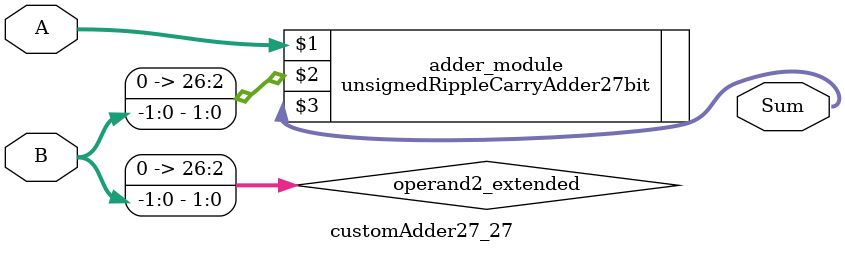
<source format=v>
module customAdder27_27(
                        input [26 : 0] A,
                        input [-1 : 0] B,
                        
                        output [27 : 0] Sum
                );

        wire [26 : 0] operand2_extended;
        
        assign operand2_extended =  {27'b0, B};
        
        unsignedRippleCarryAdder27bit adder_module(
            A,
            operand2_extended,
            Sum
        );
        
        endmodule
        
</source>
